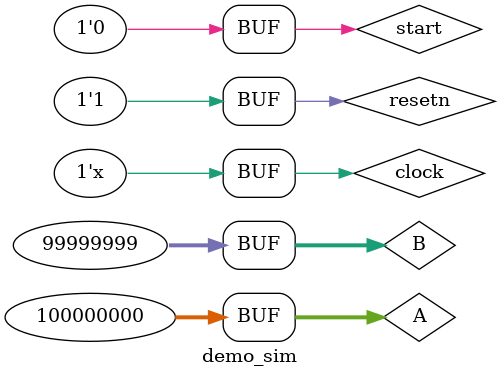
<source format=v>
`timescale 1ns / 1ps


module demo_sim(

       );
reg clock = 0;

reg resetn = 0;
wire [31:0] A = 100000000;
wire [31:0] B = 99999999;
reg start = 0;
wire busy;
wire ready;
wire [31:0] q;
wire [31:0] r;


divider uut(
            .clock(clock),
            .resetn(resetn),
            .a(A),
            .b(B),
            .start(start),
            .busy(busy),
            .ready(ready),
            .q(q),
            .r(r),

        );
initial begin
    #50 resetn = 1;
    #10 start = 1;
    #50 start = 0;
end

always #10 clock = ~clock;





endmodule

</source>
